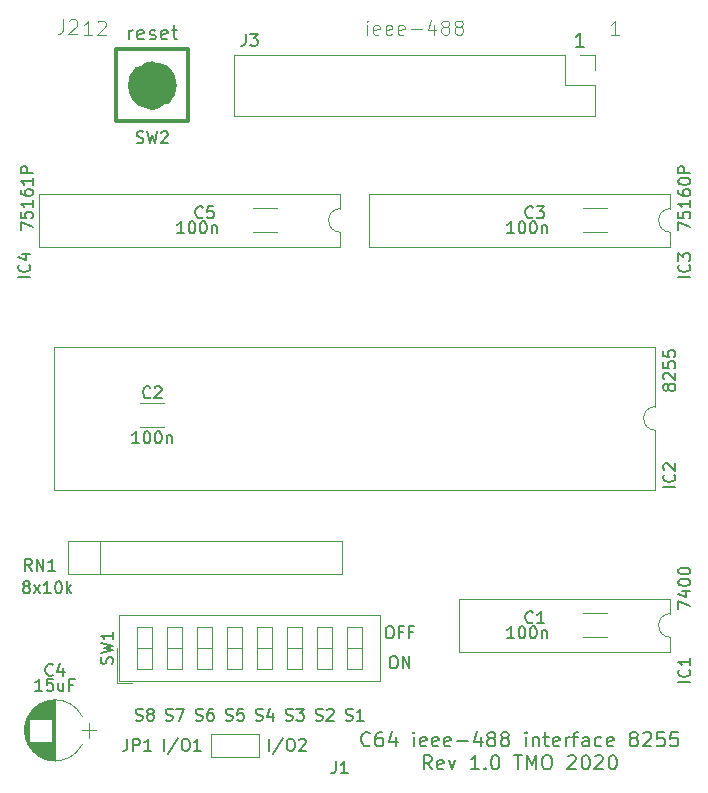
<source format=gto>
G04 #@! TF.GenerationSoftware,KiCad,Pcbnew,(5.0.1-3-g963ef8bb5)*
G04 #@! TF.CreationDate,2020-03-26T19:00:39+01:00*
G04 #@! TF.ProjectId,C64_ieee488_interface_8255,4336345F696565653438385F696E7465,1.0*
G04 #@! TF.SameCoordinates,Original*
G04 #@! TF.FileFunction,Legend,Top*
G04 #@! TF.FilePolarity,Positive*
%FSLAX46Y46*%
G04 Gerber Fmt 4.6, Leading zero omitted, Abs format (unit mm)*
G04 Created by KiCad (PCBNEW (5.0.1-3-g963ef8bb5)) date Donnerstag, 26. März 2020 um 19:00:39*
%MOMM*%
%LPD*%
G01*
G04 APERTURE LIST*
%ADD10C,0.150000*%
%ADD11C,0.304800*%
%ADD12C,2.540000*%
%ADD13C,0.120000*%
%ADD14C,0.101600*%
G04 APERTURE END LIST*
D10*
X92090952Y-109307380D02*
X92281428Y-109307380D01*
X92376666Y-109355000D01*
X92471904Y-109450238D01*
X92519523Y-109640714D01*
X92519523Y-109974047D01*
X92471904Y-110164523D01*
X92376666Y-110259761D01*
X92281428Y-110307380D01*
X92090952Y-110307380D01*
X91995714Y-110259761D01*
X91900476Y-110164523D01*
X91852857Y-109974047D01*
X91852857Y-109640714D01*
X91900476Y-109450238D01*
X91995714Y-109355000D01*
X92090952Y-109307380D01*
X92948095Y-110307380D02*
X92948095Y-109307380D01*
X93519523Y-110307380D01*
X93519523Y-109307380D01*
X91757619Y-106767380D02*
X91948095Y-106767380D01*
X92043333Y-106815000D01*
X92138571Y-106910238D01*
X92186190Y-107100714D01*
X92186190Y-107434047D01*
X92138571Y-107624523D01*
X92043333Y-107719761D01*
X91948095Y-107767380D01*
X91757619Y-107767380D01*
X91662380Y-107719761D01*
X91567142Y-107624523D01*
X91519523Y-107434047D01*
X91519523Y-107100714D01*
X91567142Y-106910238D01*
X91662380Y-106815000D01*
X91757619Y-106767380D01*
X92948095Y-107243571D02*
X92614761Y-107243571D01*
X92614761Y-107767380D02*
X92614761Y-106767380D01*
X93090952Y-106767380D01*
X93805238Y-107243571D02*
X93471904Y-107243571D01*
X93471904Y-107767380D02*
X93471904Y-106767380D01*
X93948095Y-106767380D01*
X88138095Y-114704761D02*
X88280952Y-114752380D01*
X88519047Y-114752380D01*
X88614285Y-114704761D01*
X88661904Y-114657142D01*
X88709523Y-114561904D01*
X88709523Y-114466666D01*
X88661904Y-114371428D01*
X88614285Y-114323809D01*
X88519047Y-114276190D01*
X88328571Y-114228571D01*
X88233333Y-114180952D01*
X88185714Y-114133333D01*
X88138095Y-114038095D01*
X88138095Y-113942857D01*
X88185714Y-113847619D01*
X88233333Y-113800000D01*
X88328571Y-113752380D01*
X88566666Y-113752380D01*
X88709523Y-113800000D01*
X89661904Y-114752380D02*
X89090476Y-114752380D01*
X89376190Y-114752380D02*
X89376190Y-113752380D01*
X89280952Y-113895238D01*
X89185714Y-113990476D01*
X89090476Y-114038095D01*
X85598095Y-114704761D02*
X85740952Y-114752380D01*
X85979047Y-114752380D01*
X86074285Y-114704761D01*
X86121904Y-114657142D01*
X86169523Y-114561904D01*
X86169523Y-114466666D01*
X86121904Y-114371428D01*
X86074285Y-114323809D01*
X85979047Y-114276190D01*
X85788571Y-114228571D01*
X85693333Y-114180952D01*
X85645714Y-114133333D01*
X85598095Y-114038095D01*
X85598095Y-113942857D01*
X85645714Y-113847619D01*
X85693333Y-113800000D01*
X85788571Y-113752380D01*
X86026666Y-113752380D01*
X86169523Y-113800000D01*
X86550476Y-113847619D02*
X86598095Y-113800000D01*
X86693333Y-113752380D01*
X86931428Y-113752380D01*
X87026666Y-113800000D01*
X87074285Y-113847619D01*
X87121904Y-113942857D01*
X87121904Y-114038095D01*
X87074285Y-114180952D01*
X86502857Y-114752380D01*
X87121904Y-114752380D01*
X83058095Y-114704761D02*
X83200952Y-114752380D01*
X83439047Y-114752380D01*
X83534285Y-114704761D01*
X83581904Y-114657142D01*
X83629523Y-114561904D01*
X83629523Y-114466666D01*
X83581904Y-114371428D01*
X83534285Y-114323809D01*
X83439047Y-114276190D01*
X83248571Y-114228571D01*
X83153333Y-114180952D01*
X83105714Y-114133333D01*
X83058095Y-114038095D01*
X83058095Y-113942857D01*
X83105714Y-113847619D01*
X83153333Y-113800000D01*
X83248571Y-113752380D01*
X83486666Y-113752380D01*
X83629523Y-113800000D01*
X83962857Y-113752380D02*
X84581904Y-113752380D01*
X84248571Y-114133333D01*
X84391428Y-114133333D01*
X84486666Y-114180952D01*
X84534285Y-114228571D01*
X84581904Y-114323809D01*
X84581904Y-114561904D01*
X84534285Y-114657142D01*
X84486666Y-114704761D01*
X84391428Y-114752380D01*
X84105714Y-114752380D01*
X84010476Y-114704761D01*
X83962857Y-114657142D01*
X80518095Y-114704761D02*
X80660952Y-114752380D01*
X80899047Y-114752380D01*
X80994285Y-114704761D01*
X81041904Y-114657142D01*
X81089523Y-114561904D01*
X81089523Y-114466666D01*
X81041904Y-114371428D01*
X80994285Y-114323809D01*
X80899047Y-114276190D01*
X80708571Y-114228571D01*
X80613333Y-114180952D01*
X80565714Y-114133333D01*
X80518095Y-114038095D01*
X80518095Y-113942857D01*
X80565714Y-113847619D01*
X80613333Y-113800000D01*
X80708571Y-113752380D01*
X80946666Y-113752380D01*
X81089523Y-113800000D01*
X81946666Y-114085714D02*
X81946666Y-114752380D01*
X81708571Y-113704761D02*
X81470476Y-114419047D01*
X82089523Y-114419047D01*
X77978095Y-114704761D02*
X78120952Y-114752380D01*
X78359047Y-114752380D01*
X78454285Y-114704761D01*
X78501904Y-114657142D01*
X78549523Y-114561904D01*
X78549523Y-114466666D01*
X78501904Y-114371428D01*
X78454285Y-114323809D01*
X78359047Y-114276190D01*
X78168571Y-114228571D01*
X78073333Y-114180952D01*
X78025714Y-114133333D01*
X77978095Y-114038095D01*
X77978095Y-113942857D01*
X78025714Y-113847619D01*
X78073333Y-113800000D01*
X78168571Y-113752380D01*
X78406666Y-113752380D01*
X78549523Y-113800000D01*
X79454285Y-113752380D02*
X78978095Y-113752380D01*
X78930476Y-114228571D01*
X78978095Y-114180952D01*
X79073333Y-114133333D01*
X79311428Y-114133333D01*
X79406666Y-114180952D01*
X79454285Y-114228571D01*
X79501904Y-114323809D01*
X79501904Y-114561904D01*
X79454285Y-114657142D01*
X79406666Y-114704761D01*
X79311428Y-114752380D01*
X79073333Y-114752380D01*
X78978095Y-114704761D01*
X78930476Y-114657142D01*
X75438095Y-114704761D02*
X75580952Y-114752380D01*
X75819047Y-114752380D01*
X75914285Y-114704761D01*
X75961904Y-114657142D01*
X76009523Y-114561904D01*
X76009523Y-114466666D01*
X75961904Y-114371428D01*
X75914285Y-114323809D01*
X75819047Y-114276190D01*
X75628571Y-114228571D01*
X75533333Y-114180952D01*
X75485714Y-114133333D01*
X75438095Y-114038095D01*
X75438095Y-113942857D01*
X75485714Y-113847619D01*
X75533333Y-113800000D01*
X75628571Y-113752380D01*
X75866666Y-113752380D01*
X76009523Y-113800000D01*
X76866666Y-113752380D02*
X76676190Y-113752380D01*
X76580952Y-113800000D01*
X76533333Y-113847619D01*
X76438095Y-113990476D01*
X76390476Y-114180952D01*
X76390476Y-114561904D01*
X76438095Y-114657142D01*
X76485714Y-114704761D01*
X76580952Y-114752380D01*
X76771428Y-114752380D01*
X76866666Y-114704761D01*
X76914285Y-114657142D01*
X76961904Y-114561904D01*
X76961904Y-114323809D01*
X76914285Y-114228571D01*
X76866666Y-114180952D01*
X76771428Y-114133333D01*
X76580952Y-114133333D01*
X76485714Y-114180952D01*
X76438095Y-114228571D01*
X76390476Y-114323809D01*
X72898095Y-114704761D02*
X73040952Y-114752380D01*
X73279047Y-114752380D01*
X73374285Y-114704761D01*
X73421904Y-114657142D01*
X73469523Y-114561904D01*
X73469523Y-114466666D01*
X73421904Y-114371428D01*
X73374285Y-114323809D01*
X73279047Y-114276190D01*
X73088571Y-114228571D01*
X72993333Y-114180952D01*
X72945714Y-114133333D01*
X72898095Y-114038095D01*
X72898095Y-113942857D01*
X72945714Y-113847619D01*
X72993333Y-113800000D01*
X73088571Y-113752380D01*
X73326666Y-113752380D01*
X73469523Y-113800000D01*
X73802857Y-113752380D02*
X74469523Y-113752380D01*
X74040952Y-114752380D01*
X70358095Y-114704761D02*
X70500952Y-114752380D01*
X70739047Y-114752380D01*
X70834285Y-114704761D01*
X70881904Y-114657142D01*
X70929523Y-114561904D01*
X70929523Y-114466666D01*
X70881904Y-114371428D01*
X70834285Y-114323809D01*
X70739047Y-114276190D01*
X70548571Y-114228571D01*
X70453333Y-114180952D01*
X70405714Y-114133333D01*
X70358095Y-114038095D01*
X70358095Y-113942857D01*
X70405714Y-113847619D01*
X70453333Y-113800000D01*
X70548571Y-113752380D01*
X70786666Y-113752380D01*
X70929523Y-113800000D01*
X71500952Y-114180952D02*
X71405714Y-114133333D01*
X71358095Y-114085714D01*
X71310476Y-113990476D01*
X71310476Y-113942857D01*
X71358095Y-113847619D01*
X71405714Y-113800000D01*
X71500952Y-113752380D01*
X71691428Y-113752380D01*
X71786666Y-113800000D01*
X71834285Y-113847619D01*
X71881904Y-113942857D01*
X71881904Y-113990476D01*
X71834285Y-114085714D01*
X71786666Y-114133333D01*
X71691428Y-114180952D01*
X71500952Y-114180952D01*
X71405714Y-114228571D01*
X71358095Y-114276190D01*
X71310476Y-114371428D01*
X71310476Y-114561904D01*
X71358095Y-114657142D01*
X71405714Y-114704761D01*
X71500952Y-114752380D01*
X71691428Y-114752380D01*
X71786666Y-114704761D01*
X71834285Y-114657142D01*
X71881904Y-114561904D01*
X71881904Y-114371428D01*
X71834285Y-114276190D01*
X71786666Y-114228571D01*
X71691428Y-114180952D01*
X90184285Y-116801571D02*
X90127142Y-116858714D01*
X89955714Y-116915857D01*
X89841428Y-116915857D01*
X89669999Y-116858714D01*
X89555714Y-116744428D01*
X89498571Y-116630142D01*
X89441428Y-116401571D01*
X89441428Y-116230142D01*
X89498571Y-116001571D01*
X89555714Y-115887285D01*
X89669999Y-115773000D01*
X89841428Y-115715857D01*
X89955714Y-115715857D01*
X90127142Y-115773000D01*
X90184285Y-115830142D01*
X91212857Y-115715857D02*
X90984285Y-115715857D01*
X90869999Y-115773000D01*
X90812857Y-115830142D01*
X90698571Y-116001571D01*
X90641428Y-116230142D01*
X90641428Y-116687285D01*
X90698571Y-116801571D01*
X90755714Y-116858714D01*
X90869999Y-116915857D01*
X91098571Y-116915857D01*
X91212857Y-116858714D01*
X91269999Y-116801571D01*
X91327142Y-116687285D01*
X91327142Y-116401571D01*
X91269999Y-116287285D01*
X91212857Y-116230142D01*
X91098571Y-116173000D01*
X90869999Y-116173000D01*
X90755714Y-116230142D01*
X90698571Y-116287285D01*
X90641428Y-116401571D01*
X92355714Y-116115857D02*
X92355714Y-116915857D01*
X92069999Y-115658714D02*
X91784285Y-116515857D01*
X92527142Y-116515857D01*
X93898571Y-116915857D02*
X93898571Y-116115857D01*
X93898571Y-115715857D02*
X93841428Y-115773000D01*
X93898571Y-115830142D01*
X93955714Y-115773000D01*
X93898571Y-115715857D01*
X93898571Y-115830142D01*
X94927142Y-116858714D02*
X94812857Y-116915857D01*
X94584285Y-116915857D01*
X94469999Y-116858714D01*
X94412857Y-116744428D01*
X94412857Y-116287285D01*
X94469999Y-116173000D01*
X94584285Y-116115857D01*
X94812857Y-116115857D01*
X94927142Y-116173000D01*
X94984285Y-116287285D01*
X94984285Y-116401571D01*
X94412857Y-116515857D01*
X95955714Y-116858714D02*
X95841428Y-116915857D01*
X95612857Y-116915857D01*
X95498571Y-116858714D01*
X95441428Y-116744428D01*
X95441428Y-116287285D01*
X95498571Y-116173000D01*
X95612857Y-116115857D01*
X95841428Y-116115857D01*
X95955714Y-116173000D01*
X96012857Y-116287285D01*
X96012857Y-116401571D01*
X95441428Y-116515857D01*
X96984285Y-116858714D02*
X96869999Y-116915857D01*
X96641428Y-116915857D01*
X96527142Y-116858714D01*
X96469999Y-116744428D01*
X96469999Y-116287285D01*
X96527142Y-116173000D01*
X96641428Y-116115857D01*
X96869999Y-116115857D01*
X96984285Y-116173000D01*
X97041428Y-116287285D01*
X97041428Y-116401571D01*
X96469999Y-116515857D01*
X97555714Y-116458714D02*
X98469999Y-116458714D01*
X99555714Y-116115857D02*
X99555714Y-116915857D01*
X99269999Y-115658714D02*
X98984285Y-116515857D01*
X99727142Y-116515857D01*
X100355714Y-116230142D02*
X100241428Y-116173000D01*
X100184285Y-116115857D01*
X100127142Y-116001571D01*
X100127142Y-115944428D01*
X100184285Y-115830142D01*
X100241428Y-115773000D01*
X100355714Y-115715857D01*
X100584285Y-115715857D01*
X100698571Y-115773000D01*
X100755714Y-115830142D01*
X100812857Y-115944428D01*
X100812857Y-116001571D01*
X100755714Y-116115857D01*
X100698571Y-116173000D01*
X100584285Y-116230142D01*
X100355714Y-116230142D01*
X100241428Y-116287285D01*
X100184285Y-116344428D01*
X100127142Y-116458714D01*
X100127142Y-116687285D01*
X100184285Y-116801571D01*
X100241428Y-116858714D01*
X100355714Y-116915857D01*
X100584285Y-116915857D01*
X100698571Y-116858714D01*
X100755714Y-116801571D01*
X100812857Y-116687285D01*
X100812857Y-116458714D01*
X100755714Y-116344428D01*
X100698571Y-116287285D01*
X100584285Y-116230142D01*
X101498571Y-116230142D02*
X101384285Y-116173000D01*
X101327142Y-116115857D01*
X101269999Y-116001571D01*
X101269999Y-115944428D01*
X101327142Y-115830142D01*
X101384285Y-115773000D01*
X101498571Y-115715857D01*
X101727142Y-115715857D01*
X101841428Y-115773000D01*
X101898571Y-115830142D01*
X101955714Y-115944428D01*
X101955714Y-116001571D01*
X101898571Y-116115857D01*
X101841428Y-116173000D01*
X101727142Y-116230142D01*
X101498571Y-116230142D01*
X101384285Y-116287285D01*
X101327142Y-116344428D01*
X101269999Y-116458714D01*
X101269999Y-116687285D01*
X101327142Y-116801571D01*
X101384285Y-116858714D01*
X101498571Y-116915857D01*
X101727142Y-116915857D01*
X101841428Y-116858714D01*
X101898571Y-116801571D01*
X101955714Y-116687285D01*
X101955714Y-116458714D01*
X101898571Y-116344428D01*
X101841428Y-116287285D01*
X101727142Y-116230142D01*
X103384285Y-116915857D02*
X103384285Y-116115857D01*
X103384285Y-115715857D02*
X103327142Y-115773000D01*
X103384285Y-115830142D01*
X103441428Y-115773000D01*
X103384285Y-115715857D01*
X103384285Y-115830142D01*
X103955714Y-116115857D02*
X103955714Y-116915857D01*
X103955714Y-116230142D02*
X104012857Y-116173000D01*
X104127142Y-116115857D01*
X104298571Y-116115857D01*
X104412857Y-116173000D01*
X104469999Y-116287285D01*
X104469999Y-116915857D01*
X104869999Y-116115857D02*
X105327142Y-116115857D01*
X105041428Y-115715857D02*
X105041428Y-116744428D01*
X105098571Y-116858714D01*
X105212857Y-116915857D01*
X105327142Y-116915857D01*
X106184285Y-116858714D02*
X106069999Y-116915857D01*
X105841428Y-116915857D01*
X105727142Y-116858714D01*
X105669999Y-116744428D01*
X105669999Y-116287285D01*
X105727142Y-116173000D01*
X105841428Y-116115857D01*
X106069999Y-116115857D01*
X106184285Y-116173000D01*
X106241428Y-116287285D01*
X106241428Y-116401571D01*
X105669999Y-116515857D01*
X106755714Y-116915857D02*
X106755714Y-116115857D01*
X106755714Y-116344428D02*
X106812857Y-116230142D01*
X106869999Y-116173000D01*
X106984285Y-116115857D01*
X107098571Y-116115857D01*
X107327142Y-116115857D02*
X107784285Y-116115857D01*
X107498571Y-116915857D02*
X107498571Y-115887285D01*
X107555714Y-115773000D01*
X107669999Y-115715857D01*
X107784285Y-115715857D01*
X108698571Y-116915857D02*
X108698571Y-116287285D01*
X108641428Y-116173000D01*
X108527142Y-116115857D01*
X108298571Y-116115857D01*
X108184285Y-116173000D01*
X108698571Y-116858714D02*
X108584285Y-116915857D01*
X108298571Y-116915857D01*
X108184285Y-116858714D01*
X108127142Y-116744428D01*
X108127142Y-116630142D01*
X108184285Y-116515857D01*
X108298571Y-116458714D01*
X108584285Y-116458714D01*
X108698571Y-116401571D01*
X109784285Y-116858714D02*
X109669999Y-116915857D01*
X109441428Y-116915857D01*
X109327142Y-116858714D01*
X109269999Y-116801571D01*
X109212857Y-116687285D01*
X109212857Y-116344428D01*
X109269999Y-116230142D01*
X109327142Y-116173000D01*
X109441428Y-116115857D01*
X109669999Y-116115857D01*
X109784285Y-116173000D01*
X110755714Y-116858714D02*
X110641428Y-116915857D01*
X110412857Y-116915857D01*
X110298571Y-116858714D01*
X110241428Y-116744428D01*
X110241428Y-116287285D01*
X110298571Y-116173000D01*
X110412857Y-116115857D01*
X110641428Y-116115857D01*
X110755714Y-116173000D01*
X110812857Y-116287285D01*
X110812857Y-116401571D01*
X110241428Y-116515857D01*
X112412857Y-116230142D02*
X112298571Y-116173000D01*
X112241428Y-116115857D01*
X112184285Y-116001571D01*
X112184285Y-115944428D01*
X112241428Y-115830142D01*
X112298571Y-115773000D01*
X112412857Y-115715857D01*
X112641428Y-115715857D01*
X112755714Y-115773000D01*
X112812857Y-115830142D01*
X112869999Y-115944428D01*
X112869999Y-116001571D01*
X112812857Y-116115857D01*
X112755714Y-116173000D01*
X112641428Y-116230142D01*
X112412857Y-116230142D01*
X112298571Y-116287285D01*
X112241428Y-116344428D01*
X112184285Y-116458714D01*
X112184285Y-116687285D01*
X112241428Y-116801571D01*
X112298571Y-116858714D01*
X112412857Y-116915857D01*
X112641428Y-116915857D01*
X112755714Y-116858714D01*
X112812857Y-116801571D01*
X112869999Y-116687285D01*
X112869999Y-116458714D01*
X112812857Y-116344428D01*
X112755714Y-116287285D01*
X112641428Y-116230142D01*
X113327142Y-115830142D02*
X113384285Y-115773000D01*
X113498571Y-115715857D01*
X113784285Y-115715857D01*
X113898571Y-115773000D01*
X113955714Y-115830142D01*
X114012857Y-115944428D01*
X114012857Y-116058714D01*
X113955714Y-116230142D01*
X113269999Y-116915857D01*
X114012857Y-116915857D01*
X115098571Y-115715857D02*
X114527142Y-115715857D01*
X114469999Y-116287285D01*
X114527142Y-116230142D01*
X114641428Y-116173000D01*
X114927142Y-116173000D01*
X115041428Y-116230142D01*
X115098571Y-116287285D01*
X115155714Y-116401571D01*
X115155714Y-116687285D01*
X115098571Y-116801571D01*
X115041428Y-116858714D01*
X114927142Y-116915857D01*
X114641428Y-116915857D01*
X114527142Y-116858714D01*
X114469999Y-116801571D01*
X116241428Y-115715857D02*
X115669999Y-115715857D01*
X115612857Y-116287285D01*
X115669999Y-116230142D01*
X115784285Y-116173000D01*
X116069999Y-116173000D01*
X116184285Y-116230142D01*
X116241428Y-116287285D01*
X116298571Y-116401571D01*
X116298571Y-116687285D01*
X116241428Y-116801571D01*
X116184285Y-116858714D01*
X116069999Y-116915857D01*
X115784285Y-116915857D01*
X115669999Y-116858714D01*
X115612857Y-116801571D01*
X95412857Y-118865857D02*
X95012857Y-118294428D01*
X94727142Y-118865857D02*
X94727142Y-117665857D01*
X95184285Y-117665857D01*
X95298571Y-117723000D01*
X95355714Y-117780142D01*
X95412857Y-117894428D01*
X95412857Y-118065857D01*
X95355714Y-118180142D01*
X95298571Y-118237285D01*
X95184285Y-118294428D01*
X94727142Y-118294428D01*
X96384285Y-118808714D02*
X96270000Y-118865857D01*
X96041428Y-118865857D01*
X95927142Y-118808714D01*
X95870000Y-118694428D01*
X95870000Y-118237285D01*
X95927142Y-118123000D01*
X96041428Y-118065857D01*
X96270000Y-118065857D01*
X96384285Y-118123000D01*
X96441428Y-118237285D01*
X96441428Y-118351571D01*
X95870000Y-118465857D01*
X96841428Y-118065857D02*
X97127142Y-118865857D01*
X97412857Y-118065857D01*
X99412857Y-118865857D02*
X98727142Y-118865857D01*
X99070000Y-118865857D02*
X99070000Y-117665857D01*
X98955714Y-117837285D01*
X98841428Y-117951571D01*
X98727142Y-118008714D01*
X99927142Y-118751571D02*
X99984285Y-118808714D01*
X99927142Y-118865857D01*
X99870000Y-118808714D01*
X99927142Y-118751571D01*
X99927142Y-118865857D01*
X100727142Y-117665857D02*
X100841428Y-117665857D01*
X100955714Y-117723000D01*
X101012857Y-117780142D01*
X101070000Y-117894428D01*
X101127142Y-118123000D01*
X101127142Y-118408714D01*
X101070000Y-118637285D01*
X101012857Y-118751571D01*
X100955714Y-118808714D01*
X100841428Y-118865857D01*
X100727142Y-118865857D01*
X100612857Y-118808714D01*
X100555714Y-118751571D01*
X100498571Y-118637285D01*
X100441428Y-118408714D01*
X100441428Y-118123000D01*
X100498571Y-117894428D01*
X100555714Y-117780142D01*
X100612857Y-117723000D01*
X100727142Y-117665857D01*
X102384285Y-117665857D02*
X103070000Y-117665857D01*
X102727142Y-118865857D02*
X102727142Y-117665857D01*
X103470000Y-118865857D02*
X103470000Y-117665857D01*
X103870000Y-118523000D01*
X104270000Y-117665857D01*
X104270000Y-118865857D01*
X105070000Y-117665857D02*
X105298571Y-117665857D01*
X105412857Y-117723000D01*
X105527142Y-117837285D01*
X105584285Y-118065857D01*
X105584285Y-118465857D01*
X105527142Y-118694428D01*
X105412857Y-118808714D01*
X105298571Y-118865857D01*
X105070000Y-118865857D01*
X104955714Y-118808714D01*
X104841428Y-118694428D01*
X104784285Y-118465857D01*
X104784285Y-118065857D01*
X104841428Y-117837285D01*
X104955714Y-117723000D01*
X105070000Y-117665857D01*
X106955714Y-117780142D02*
X107012857Y-117723000D01*
X107127142Y-117665857D01*
X107412857Y-117665857D01*
X107527142Y-117723000D01*
X107584285Y-117780142D01*
X107641428Y-117894428D01*
X107641428Y-118008714D01*
X107584285Y-118180142D01*
X106898571Y-118865857D01*
X107641428Y-118865857D01*
X108384285Y-117665857D02*
X108498571Y-117665857D01*
X108612857Y-117723000D01*
X108670000Y-117780142D01*
X108727142Y-117894428D01*
X108784285Y-118123000D01*
X108784285Y-118408714D01*
X108727142Y-118637285D01*
X108670000Y-118751571D01*
X108612857Y-118808714D01*
X108498571Y-118865857D01*
X108384285Y-118865857D01*
X108270000Y-118808714D01*
X108212857Y-118751571D01*
X108155714Y-118637285D01*
X108098571Y-118408714D01*
X108098571Y-118123000D01*
X108155714Y-117894428D01*
X108212857Y-117780142D01*
X108270000Y-117723000D01*
X108384285Y-117665857D01*
X109241428Y-117780142D02*
X109298571Y-117723000D01*
X109412857Y-117665857D01*
X109698571Y-117665857D01*
X109812857Y-117723000D01*
X109869999Y-117780142D01*
X109927142Y-117894428D01*
X109927142Y-118008714D01*
X109869999Y-118180142D01*
X109184285Y-118865857D01*
X109927142Y-118865857D01*
X110669999Y-117665857D02*
X110784285Y-117665857D01*
X110898571Y-117723000D01*
X110955714Y-117780142D01*
X111012857Y-117894428D01*
X111069999Y-118123000D01*
X111069999Y-118408714D01*
X111012857Y-118637285D01*
X110955714Y-118751571D01*
X110898571Y-118808714D01*
X110784285Y-118865857D01*
X110669999Y-118865857D01*
X110555714Y-118808714D01*
X110498571Y-118751571D01*
X110441428Y-118637285D01*
X110384285Y-118408714D01*
X110384285Y-118123000D01*
X110441428Y-117894428D01*
X110498571Y-117780142D01*
X110555714Y-117723000D01*
X110669999Y-117665857D01*
X69812142Y-57057857D02*
X69812142Y-56257857D01*
X69812142Y-56486428D02*
X69869285Y-56372142D01*
X69926428Y-56315000D01*
X70040714Y-56257857D01*
X70155000Y-56257857D01*
X71012142Y-57000714D02*
X70897857Y-57057857D01*
X70669285Y-57057857D01*
X70555000Y-57000714D01*
X70497857Y-56886428D01*
X70497857Y-56429285D01*
X70555000Y-56315000D01*
X70669285Y-56257857D01*
X70897857Y-56257857D01*
X71012142Y-56315000D01*
X71069285Y-56429285D01*
X71069285Y-56543571D01*
X70497857Y-56657857D01*
X71526428Y-57000714D02*
X71640714Y-57057857D01*
X71869285Y-57057857D01*
X71983571Y-57000714D01*
X72040714Y-56886428D01*
X72040714Y-56829285D01*
X71983571Y-56715000D01*
X71869285Y-56657857D01*
X71697857Y-56657857D01*
X71583571Y-56600714D01*
X71526428Y-56486428D01*
X71526428Y-56429285D01*
X71583571Y-56315000D01*
X71697857Y-56257857D01*
X71869285Y-56257857D01*
X71983571Y-56315000D01*
X73012142Y-57000714D02*
X72897857Y-57057857D01*
X72669285Y-57057857D01*
X72555000Y-57000714D01*
X72497857Y-56886428D01*
X72497857Y-56429285D01*
X72555000Y-56315000D01*
X72669285Y-56257857D01*
X72897857Y-56257857D01*
X73012142Y-56315000D01*
X73069285Y-56429285D01*
X73069285Y-56543571D01*
X72497857Y-56657857D01*
X73412142Y-56257857D02*
X73869285Y-56257857D01*
X73583571Y-55857857D02*
X73583571Y-56886428D01*
X73640714Y-57000714D01*
X73755000Y-57057857D01*
X73869285Y-57057857D01*
X108292857Y-57692857D02*
X107607142Y-57692857D01*
X107950000Y-57692857D02*
X107950000Y-56492857D01*
X107835714Y-56664285D01*
X107721428Y-56778571D01*
X107607142Y-56835714D01*
D11*
G04 #@! TO.C,SW2*
X68707000Y-64008000D02*
X68707000Y-57912000D01*
X68707000Y-57912000D02*
X74803000Y-57912000D01*
X74803000Y-57912000D02*
X74803000Y-64008000D01*
X74803000Y-64008000D02*
X68707000Y-64008000D01*
D12*
X72558219Y-60960000D02*
G75*
G03X72558219Y-60960000I-803219J0D01*
G01*
D13*
G04 #@! TO.C,C2*
X70755000Y-89920000D02*
X72755000Y-89920000D01*
X72755000Y-87880000D02*
X70755000Y-87880000D01*
G04 #@! TO.C,C3*
X110220000Y-71370000D02*
X108220000Y-71370000D01*
X108220000Y-73410000D02*
X110220000Y-73410000D01*
G04 #@! TO.C,C4*
X66370000Y-116220000D02*
X66370000Y-114920000D01*
X66970000Y-115570000D02*
X65770000Y-115570000D01*
X60959000Y-115924000D02*
X60959000Y-115216000D01*
X60999000Y-116129000D02*
X60999000Y-115011000D01*
X61039000Y-116277000D02*
X61039000Y-114863000D01*
X61079000Y-116399000D02*
X61079000Y-114741000D01*
X61119000Y-116504000D02*
X61119000Y-114636000D01*
X61159000Y-116598000D02*
X61159000Y-114542000D01*
X61199000Y-116682000D02*
X61199000Y-114458000D01*
X61239000Y-116759000D02*
X61239000Y-114381000D01*
X61279000Y-116831000D02*
X61279000Y-114309000D01*
X61319000Y-114590000D02*
X61319000Y-114243000D01*
X61319000Y-116897000D02*
X61319000Y-116550000D01*
X61359000Y-114590000D02*
X61359000Y-114180000D01*
X61359000Y-116960000D02*
X61359000Y-116550000D01*
X61399000Y-114590000D02*
X61399000Y-114122000D01*
X61399000Y-117018000D02*
X61399000Y-116550000D01*
X61439000Y-114590000D02*
X61439000Y-114066000D01*
X61439000Y-117074000D02*
X61439000Y-116550000D01*
X61479000Y-114590000D02*
X61479000Y-114014000D01*
X61479000Y-117126000D02*
X61479000Y-116550000D01*
X61519000Y-114590000D02*
X61519000Y-113964000D01*
X61519000Y-117176000D02*
X61519000Y-116550000D01*
X61559000Y-114590000D02*
X61559000Y-113916000D01*
X61559000Y-117224000D02*
X61559000Y-116550000D01*
X61599000Y-114590000D02*
X61599000Y-113871000D01*
X61599000Y-117269000D02*
X61599000Y-116550000D01*
X61639000Y-114590000D02*
X61639000Y-113828000D01*
X61639000Y-117312000D02*
X61639000Y-116550000D01*
X61679000Y-114590000D02*
X61679000Y-113787000D01*
X61679000Y-117353000D02*
X61679000Y-116550000D01*
X61719000Y-114590000D02*
X61719000Y-113747000D01*
X61719000Y-117393000D02*
X61719000Y-116550000D01*
X61759000Y-114590000D02*
X61759000Y-113709000D01*
X61759000Y-117431000D02*
X61759000Y-116550000D01*
X61799000Y-114590000D02*
X61799000Y-113673000D01*
X61799000Y-117467000D02*
X61799000Y-116550000D01*
X61839000Y-114590000D02*
X61839000Y-113638000D01*
X61839000Y-117502000D02*
X61839000Y-116550000D01*
X61879000Y-114590000D02*
X61879000Y-113605000D01*
X61879000Y-117535000D02*
X61879000Y-116550000D01*
X61919000Y-114590000D02*
X61919000Y-113573000D01*
X61919000Y-117567000D02*
X61919000Y-116550000D01*
X61959000Y-114590000D02*
X61959000Y-113542000D01*
X61959000Y-117598000D02*
X61959000Y-116550000D01*
X61999000Y-114590000D02*
X61999000Y-113512000D01*
X61999000Y-117628000D02*
X61999000Y-116550000D01*
X62039000Y-114590000D02*
X62039000Y-113484000D01*
X62039000Y-117656000D02*
X62039000Y-116550000D01*
X62079000Y-114590000D02*
X62079000Y-113457000D01*
X62079000Y-117683000D02*
X62079000Y-116550000D01*
X62119000Y-114590000D02*
X62119000Y-113430000D01*
X62119000Y-117710000D02*
X62119000Y-116550000D01*
X62159000Y-114590000D02*
X62159000Y-113405000D01*
X62159000Y-117735000D02*
X62159000Y-116550000D01*
X62199000Y-114590000D02*
X62199000Y-113381000D01*
X62199000Y-117759000D02*
X62199000Y-116550000D01*
X62239000Y-114590000D02*
X62239000Y-113358000D01*
X62239000Y-117782000D02*
X62239000Y-116550000D01*
X62279000Y-114590000D02*
X62279000Y-113336000D01*
X62279000Y-117804000D02*
X62279000Y-116550000D01*
X62319000Y-114590000D02*
X62319000Y-113314000D01*
X62319000Y-117826000D02*
X62319000Y-116550000D01*
X62359000Y-114590000D02*
X62359000Y-113294000D01*
X62359000Y-117846000D02*
X62359000Y-116550000D01*
X62399000Y-114590000D02*
X62399000Y-113274000D01*
X62399000Y-117866000D02*
X62399000Y-116550000D01*
X62439000Y-114590000D02*
X62439000Y-113255000D01*
X62439000Y-117885000D02*
X62439000Y-116550000D01*
X62479000Y-114590000D02*
X62479000Y-113237000D01*
X62479000Y-117903000D02*
X62479000Y-116550000D01*
X62519000Y-114590000D02*
X62519000Y-113220000D01*
X62519000Y-117920000D02*
X62519000Y-116550000D01*
X62559000Y-114590000D02*
X62559000Y-113204000D01*
X62559000Y-117936000D02*
X62559000Y-116550000D01*
X62599000Y-114590000D02*
X62599000Y-113188000D01*
X62599000Y-117952000D02*
X62599000Y-116550000D01*
X62639000Y-114590000D02*
X62639000Y-113174000D01*
X62639000Y-117966000D02*
X62639000Y-116550000D01*
X62679000Y-114590000D02*
X62679000Y-113160000D01*
X62679000Y-117980000D02*
X62679000Y-116550000D01*
X62719000Y-114590000D02*
X62719000Y-113146000D01*
X62719000Y-117994000D02*
X62719000Y-116550000D01*
X62759000Y-114590000D02*
X62759000Y-113134000D01*
X62759000Y-118006000D02*
X62759000Y-116550000D01*
X62799000Y-114590000D02*
X62799000Y-113122000D01*
X62799000Y-118018000D02*
X62799000Y-116550000D01*
X62840000Y-114590000D02*
X62840000Y-113110000D01*
X62840000Y-118030000D02*
X62840000Y-116550000D01*
X62880000Y-114590000D02*
X62880000Y-113100000D01*
X62880000Y-118040000D02*
X62880000Y-116550000D01*
X62920000Y-114590000D02*
X62920000Y-113090000D01*
X62920000Y-118050000D02*
X62920000Y-116550000D01*
X62960000Y-114590000D02*
X62960000Y-113081000D01*
X62960000Y-118059000D02*
X62960000Y-116550000D01*
X63000000Y-114590000D02*
X63000000Y-113072000D01*
X63000000Y-118068000D02*
X63000000Y-116550000D01*
X63040000Y-114590000D02*
X63040000Y-113064000D01*
X63040000Y-118076000D02*
X63040000Y-116550000D01*
X63080000Y-114590000D02*
X63080000Y-113057000D01*
X63080000Y-118083000D02*
X63080000Y-116550000D01*
X63120000Y-114590000D02*
X63120000Y-113051000D01*
X63120000Y-118089000D02*
X63120000Y-116550000D01*
X63160000Y-114590000D02*
X63160000Y-113045000D01*
X63160000Y-118095000D02*
X63160000Y-116550000D01*
X63200000Y-114590000D02*
X63200000Y-113039000D01*
X63200000Y-118101000D02*
X63200000Y-116550000D01*
X63240000Y-114590000D02*
X63240000Y-113035000D01*
X63240000Y-118105000D02*
X63240000Y-116550000D01*
X63280000Y-118109000D02*
X63280000Y-113031000D01*
X63320000Y-118113000D02*
X63320000Y-113027000D01*
X63360000Y-118116000D02*
X63360000Y-113024000D01*
X63400000Y-118118000D02*
X63400000Y-113022000D01*
X63440000Y-118119000D02*
X63440000Y-113021000D01*
X63480000Y-118120000D02*
X63480000Y-113020000D01*
X63520000Y-118120000D02*
X63520000Y-113020000D01*
X61214278Y-114390277D02*
G75*
G03X61214420Y-116750000I2305722J-1179723D01*
G01*
X61214278Y-114390277D02*
G75*
G02X65825580Y-114390000I2305722J-1179723D01*
G01*
X61214278Y-116749723D02*
G75*
G03X65825580Y-116750000I2305722J1179723D01*
G01*
G04 #@! TO.C,J3*
X109280000Y-58360000D02*
X109280000Y-59690000D01*
X107950000Y-58360000D02*
X109280000Y-58360000D01*
X109280000Y-60960000D02*
X109280000Y-63560000D01*
X106680000Y-60960000D02*
X109280000Y-60960000D01*
X106680000Y-58360000D02*
X106680000Y-60960000D01*
X109280000Y-63560000D02*
X78680000Y-63560000D01*
X106680000Y-58360000D02*
X78680000Y-58360000D01*
X78680000Y-58360000D02*
X78680000Y-63560000D01*
G04 #@! TO.C,C5*
X82280000Y-71370000D02*
X80280000Y-71370000D01*
X80280000Y-73410000D02*
X82280000Y-73410000D01*
G04 #@! TO.C,IC1*
X115630000Y-108930000D02*
X115630000Y-107680000D01*
X97730000Y-108930000D02*
X115630000Y-108930000D01*
X97730000Y-104430000D02*
X97730000Y-108930000D01*
X115630000Y-104430000D02*
X97730000Y-104430000D01*
X115630000Y-105680000D02*
X115630000Y-104430000D01*
X115630000Y-107680000D02*
G75*
G02X115630000Y-105680000I0J1000000D01*
G01*
G04 #@! TO.C,IC3*
X115630000Y-74640000D02*
X115630000Y-73390000D01*
X90110000Y-74640000D02*
X115630000Y-74640000D01*
X90110000Y-70140000D02*
X90110000Y-74640000D01*
X115630000Y-70140000D02*
X90110000Y-70140000D01*
X115630000Y-71390000D02*
X115630000Y-70140000D01*
X115630000Y-73390000D02*
G75*
G02X115630000Y-71390000I0J1000000D01*
G01*
G04 #@! TO.C,IC4*
X87690000Y-73390000D02*
G75*
G02X87690000Y-71390000I0J1000000D01*
G01*
X87690000Y-71390000D02*
X87690000Y-70140000D01*
X87690000Y-70140000D02*
X62170000Y-70140000D01*
X62170000Y-70140000D02*
X62170000Y-74640000D01*
X62170000Y-74640000D02*
X87690000Y-74640000D01*
X87690000Y-74640000D02*
X87690000Y-73390000D01*
G04 #@! TO.C,JP1*
X76690000Y-117840000D02*
X76690000Y-115840000D01*
X80790000Y-117840000D02*
X76690000Y-117840000D01*
X80790000Y-115840000D02*
X80790000Y-117840000D01*
X76690000Y-115840000D02*
X80790000Y-115840000D01*
G04 #@! TO.C,SW1*
X88265000Y-108585000D02*
X89535000Y-108585000D01*
X88265000Y-106775000D02*
X88265000Y-110395000D01*
X89535000Y-106775000D02*
X88265000Y-106775000D01*
X89535000Y-110395000D02*
X89535000Y-106775000D01*
X88265000Y-110395000D02*
X89535000Y-110395000D01*
X85725000Y-108585000D02*
X86995000Y-108585000D01*
X85725000Y-106775000D02*
X85725000Y-110395000D01*
X86995000Y-106775000D02*
X85725000Y-106775000D01*
X86995000Y-110395000D02*
X86995000Y-106775000D01*
X85725000Y-110395000D02*
X86995000Y-110395000D01*
X83185000Y-108585000D02*
X84455000Y-108585000D01*
X83185000Y-106775000D02*
X83185000Y-110395000D01*
X84455000Y-106775000D02*
X83185000Y-106775000D01*
X84455000Y-110395000D02*
X84455000Y-106775000D01*
X83185000Y-110395000D02*
X84455000Y-110395000D01*
X80645000Y-108585000D02*
X81915000Y-108585000D01*
X80645000Y-106775000D02*
X80645000Y-110395000D01*
X81915000Y-106775000D02*
X80645000Y-106775000D01*
X81915000Y-110395000D02*
X81915000Y-106775000D01*
X80645000Y-110395000D02*
X81915000Y-110395000D01*
X78105000Y-108585000D02*
X79375000Y-108585000D01*
X78105000Y-106775000D02*
X78105000Y-110395000D01*
X79375000Y-106775000D02*
X78105000Y-106775000D01*
X79375000Y-110395000D02*
X79375000Y-106775000D01*
X78105000Y-110395000D02*
X79375000Y-110395000D01*
X75565000Y-108585000D02*
X76835000Y-108585000D01*
X75565000Y-106775000D02*
X75565000Y-110395000D01*
X76835000Y-106775000D02*
X75565000Y-106775000D01*
X76835000Y-110395000D02*
X76835000Y-106775000D01*
X75565000Y-110395000D02*
X76835000Y-110395000D01*
X73025000Y-108585000D02*
X74295000Y-108585000D01*
X73025000Y-106775000D02*
X73025000Y-110395000D01*
X74295000Y-106775000D02*
X73025000Y-106775000D01*
X74295000Y-110395000D02*
X74295000Y-106775000D01*
X73025000Y-110395000D02*
X74295000Y-110395000D01*
X70485000Y-108585000D02*
X71755000Y-108585000D01*
X70485000Y-106775000D02*
X70485000Y-110395000D01*
X71755000Y-106775000D02*
X70485000Y-106775000D01*
X71755000Y-110395000D02*
X71755000Y-106775000D01*
X70485000Y-110395000D02*
X71755000Y-110395000D01*
X91070000Y-111355000D02*
X68950000Y-111355000D01*
X91070000Y-105815000D02*
X91070000Y-111355000D01*
X68950000Y-105815000D02*
X91070000Y-105815000D01*
X68950000Y-111355000D02*
X68950000Y-105815000D01*
X68750000Y-111555000D02*
X68750000Y-108615000D01*
X68750000Y-111555000D02*
X70020000Y-111555000D01*
G04 #@! TO.C,C1*
X110220000Y-105660000D02*
X108220000Y-105660000D01*
X108220000Y-107700000D02*
X110220000Y-107700000D01*
G04 #@! TO.C,IC2*
X114360000Y-95215001D02*
X114360000Y-90155001D01*
X63440000Y-95215001D02*
X114360000Y-95215001D01*
X63440000Y-83095001D02*
X63440000Y-95215001D01*
X114360000Y-83095001D02*
X63440000Y-83095001D01*
X114360000Y-88155001D02*
X114360000Y-83095001D01*
X114360000Y-90155001D02*
G75*
G02X114360000Y-88155001I0J1000000D01*
G01*
G04 #@! TO.C,RN1*
X67310000Y-99565000D02*
X67310000Y-102365000D01*
X87800000Y-99565000D02*
X64600000Y-99565000D01*
X87800000Y-102365000D02*
X87800000Y-99565000D01*
X64600000Y-102365000D02*
X87800000Y-102365000D01*
X64600000Y-99565000D02*
X64600000Y-102365000D01*
G04 #@! TO.C,J1*
D10*
X87296666Y-118197380D02*
X87296666Y-118911666D01*
X87249047Y-119054523D01*
X87153809Y-119149761D01*
X87010952Y-119197380D01*
X86915714Y-119197380D01*
X88296666Y-119197380D02*
X87725238Y-119197380D01*
X88010952Y-119197380D02*
X88010952Y-118197380D01*
X87915714Y-118340238D01*
X87820476Y-118435476D01*
X87725238Y-118483095D01*
G04 #@! TO.C,J2*
D14*
X64198016Y-55378047D02*
X64198016Y-56239833D01*
X64140563Y-56412190D01*
X64025659Y-56527095D01*
X63853301Y-56584547D01*
X63738397Y-56584547D01*
X64715087Y-55492952D02*
X64772540Y-55435500D01*
X64887444Y-55378047D01*
X65174706Y-55378047D01*
X65289611Y-55435500D01*
X65347063Y-55492952D01*
X65404516Y-55607857D01*
X65404516Y-55722761D01*
X65347063Y-55895119D01*
X64657635Y-56584547D01*
X65404516Y-56584547D01*
X89958333Y-56679797D02*
X89958333Y-55875464D01*
X89958333Y-55473297D02*
X89900880Y-55530750D01*
X89958333Y-55588202D01*
X90015785Y-55530750D01*
X89958333Y-55473297D01*
X89958333Y-55588202D01*
X90992476Y-56622345D02*
X90877571Y-56679797D01*
X90647761Y-56679797D01*
X90532857Y-56622345D01*
X90475404Y-56507440D01*
X90475404Y-56047821D01*
X90532857Y-55932916D01*
X90647761Y-55875464D01*
X90877571Y-55875464D01*
X90992476Y-55932916D01*
X91049928Y-56047821D01*
X91049928Y-56162726D01*
X90475404Y-56277630D01*
X92026619Y-56622345D02*
X91911714Y-56679797D01*
X91681904Y-56679797D01*
X91567000Y-56622345D01*
X91509547Y-56507440D01*
X91509547Y-56047821D01*
X91567000Y-55932916D01*
X91681904Y-55875464D01*
X91911714Y-55875464D01*
X92026619Y-55932916D01*
X92084071Y-56047821D01*
X92084071Y-56162726D01*
X91509547Y-56277630D01*
X93060761Y-56622345D02*
X92945857Y-56679797D01*
X92716047Y-56679797D01*
X92601142Y-56622345D01*
X92543690Y-56507440D01*
X92543690Y-56047821D01*
X92601142Y-55932916D01*
X92716047Y-55875464D01*
X92945857Y-55875464D01*
X93060761Y-55932916D01*
X93118214Y-56047821D01*
X93118214Y-56162726D01*
X92543690Y-56277630D01*
X93635285Y-56220178D02*
X94554523Y-56220178D01*
X95646119Y-55875464D02*
X95646119Y-56679797D01*
X95358857Y-55415845D02*
X95071595Y-56277630D01*
X95818476Y-56277630D01*
X96450452Y-55990369D02*
X96335547Y-55932916D01*
X96278095Y-55875464D01*
X96220642Y-55760559D01*
X96220642Y-55703107D01*
X96278095Y-55588202D01*
X96335547Y-55530750D01*
X96450452Y-55473297D01*
X96680261Y-55473297D01*
X96795166Y-55530750D01*
X96852619Y-55588202D01*
X96910071Y-55703107D01*
X96910071Y-55760559D01*
X96852619Y-55875464D01*
X96795166Y-55932916D01*
X96680261Y-55990369D01*
X96450452Y-55990369D01*
X96335547Y-56047821D01*
X96278095Y-56105273D01*
X96220642Y-56220178D01*
X96220642Y-56449988D01*
X96278095Y-56564892D01*
X96335547Y-56622345D01*
X96450452Y-56679797D01*
X96680261Y-56679797D01*
X96795166Y-56622345D01*
X96852619Y-56564892D01*
X96910071Y-56449988D01*
X96910071Y-56220178D01*
X96852619Y-56105273D01*
X96795166Y-56047821D01*
X96680261Y-55990369D01*
X97599500Y-55990369D02*
X97484595Y-55932916D01*
X97427142Y-55875464D01*
X97369690Y-55760559D01*
X97369690Y-55703107D01*
X97427142Y-55588202D01*
X97484595Y-55530750D01*
X97599500Y-55473297D01*
X97829309Y-55473297D01*
X97944214Y-55530750D01*
X98001666Y-55588202D01*
X98059119Y-55703107D01*
X98059119Y-55760559D01*
X98001666Y-55875464D01*
X97944214Y-55932916D01*
X97829309Y-55990369D01*
X97599500Y-55990369D01*
X97484595Y-56047821D01*
X97427142Y-56105273D01*
X97369690Y-56220178D01*
X97369690Y-56449988D01*
X97427142Y-56564892D01*
X97484595Y-56622345D01*
X97599500Y-56679797D01*
X97829309Y-56679797D01*
X97944214Y-56622345D01*
X98001666Y-56564892D01*
X98059119Y-56449988D01*
X98059119Y-56220178D01*
X98001666Y-56105273D01*
X97944214Y-56047821D01*
X97829309Y-55990369D01*
X111244714Y-56679797D02*
X110555285Y-56679797D01*
X110900000Y-56679797D02*
X110900000Y-55473297D01*
X110785095Y-55645654D01*
X110670190Y-55760559D01*
X110555285Y-55818011D01*
X66670190Y-56679797D02*
X65980761Y-56679797D01*
X66325476Y-56679797D02*
X66325476Y-55473297D01*
X66210571Y-55645654D01*
X66095666Y-55760559D01*
X65980761Y-55818011D01*
X67129809Y-55588202D02*
X67187261Y-55530750D01*
X67302166Y-55473297D01*
X67589428Y-55473297D01*
X67704333Y-55530750D01*
X67761785Y-55588202D01*
X67819238Y-55703107D01*
X67819238Y-55818011D01*
X67761785Y-55990369D01*
X67072357Y-56679797D01*
X67819238Y-56679797D01*
G04 #@! TO.C,SW2*
D10*
X70421666Y-65809761D02*
X70564523Y-65857380D01*
X70802619Y-65857380D01*
X70897857Y-65809761D01*
X70945476Y-65762142D01*
X70993095Y-65666904D01*
X70993095Y-65571666D01*
X70945476Y-65476428D01*
X70897857Y-65428809D01*
X70802619Y-65381190D01*
X70612142Y-65333571D01*
X70516904Y-65285952D01*
X70469285Y-65238333D01*
X70421666Y-65143095D01*
X70421666Y-65047857D01*
X70469285Y-64952619D01*
X70516904Y-64905000D01*
X70612142Y-64857380D01*
X70850238Y-64857380D01*
X70993095Y-64905000D01*
X71326428Y-64857380D02*
X71564523Y-65857380D01*
X71755000Y-65143095D01*
X71945476Y-65857380D01*
X72183571Y-64857380D01*
X72516904Y-64952619D02*
X72564523Y-64905000D01*
X72659761Y-64857380D01*
X72897857Y-64857380D01*
X72993095Y-64905000D01*
X73040714Y-64952619D01*
X73088333Y-65047857D01*
X73088333Y-65143095D01*
X73040714Y-65285952D01*
X72469285Y-65857380D01*
X73088333Y-65857380D01*
G04 #@! TO.C,C2*
X71588333Y-87352142D02*
X71540714Y-87399761D01*
X71397857Y-87447380D01*
X71302619Y-87447380D01*
X71159761Y-87399761D01*
X71064523Y-87304523D01*
X71016904Y-87209285D01*
X70969285Y-87018809D01*
X70969285Y-86875952D01*
X71016904Y-86685476D01*
X71064523Y-86590238D01*
X71159761Y-86495000D01*
X71302619Y-86447380D01*
X71397857Y-86447380D01*
X71540714Y-86495000D01*
X71588333Y-86542619D01*
X71969285Y-86542619D02*
X72016904Y-86495000D01*
X72112142Y-86447380D01*
X72350238Y-86447380D01*
X72445476Y-86495000D01*
X72493095Y-86542619D01*
X72540714Y-86637857D01*
X72540714Y-86733095D01*
X72493095Y-86875952D01*
X71921666Y-87447380D01*
X72540714Y-87447380D01*
X70635952Y-91257380D02*
X70064523Y-91257380D01*
X70350238Y-91257380D02*
X70350238Y-90257380D01*
X70255000Y-90400238D01*
X70159761Y-90495476D01*
X70064523Y-90543095D01*
X71255000Y-90257380D02*
X71350238Y-90257380D01*
X71445476Y-90305000D01*
X71493095Y-90352619D01*
X71540714Y-90447857D01*
X71588333Y-90638333D01*
X71588333Y-90876428D01*
X71540714Y-91066904D01*
X71493095Y-91162142D01*
X71445476Y-91209761D01*
X71350238Y-91257380D01*
X71255000Y-91257380D01*
X71159761Y-91209761D01*
X71112142Y-91162142D01*
X71064523Y-91066904D01*
X71016904Y-90876428D01*
X71016904Y-90638333D01*
X71064523Y-90447857D01*
X71112142Y-90352619D01*
X71159761Y-90305000D01*
X71255000Y-90257380D01*
X72207380Y-90257380D02*
X72302619Y-90257380D01*
X72397857Y-90305000D01*
X72445476Y-90352619D01*
X72493095Y-90447857D01*
X72540714Y-90638333D01*
X72540714Y-90876428D01*
X72493095Y-91066904D01*
X72445476Y-91162142D01*
X72397857Y-91209761D01*
X72302619Y-91257380D01*
X72207380Y-91257380D01*
X72112142Y-91209761D01*
X72064523Y-91162142D01*
X72016904Y-91066904D01*
X71969285Y-90876428D01*
X71969285Y-90638333D01*
X72016904Y-90447857D01*
X72064523Y-90352619D01*
X72112142Y-90305000D01*
X72207380Y-90257380D01*
X72969285Y-90590714D02*
X72969285Y-91257380D01*
X72969285Y-90685952D02*
X73016904Y-90638333D01*
X73112142Y-90590714D01*
X73255000Y-90590714D01*
X73350238Y-90638333D01*
X73397857Y-90733571D01*
X73397857Y-91257380D01*
G04 #@! TO.C,C3*
X103973333Y-72112142D02*
X103925714Y-72159761D01*
X103782857Y-72207380D01*
X103687619Y-72207380D01*
X103544761Y-72159761D01*
X103449523Y-72064523D01*
X103401904Y-71969285D01*
X103354285Y-71778809D01*
X103354285Y-71635952D01*
X103401904Y-71445476D01*
X103449523Y-71350238D01*
X103544761Y-71255000D01*
X103687619Y-71207380D01*
X103782857Y-71207380D01*
X103925714Y-71255000D01*
X103973333Y-71302619D01*
X104306666Y-71207380D02*
X104925714Y-71207380D01*
X104592380Y-71588333D01*
X104735238Y-71588333D01*
X104830476Y-71635952D01*
X104878095Y-71683571D01*
X104925714Y-71778809D01*
X104925714Y-72016904D01*
X104878095Y-72112142D01*
X104830476Y-72159761D01*
X104735238Y-72207380D01*
X104449523Y-72207380D01*
X104354285Y-72159761D01*
X104306666Y-72112142D01*
X102385952Y-73477380D02*
X101814523Y-73477380D01*
X102100238Y-73477380D02*
X102100238Y-72477380D01*
X102005000Y-72620238D01*
X101909761Y-72715476D01*
X101814523Y-72763095D01*
X103005000Y-72477380D02*
X103100238Y-72477380D01*
X103195476Y-72525000D01*
X103243095Y-72572619D01*
X103290714Y-72667857D01*
X103338333Y-72858333D01*
X103338333Y-73096428D01*
X103290714Y-73286904D01*
X103243095Y-73382142D01*
X103195476Y-73429761D01*
X103100238Y-73477380D01*
X103005000Y-73477380D01*
X102909761Y-73429761D01*
X102862142Y-73382142D01*
X102814523Y-73286904D01*
X102766904Y-73096428D01*
X102766904Y-72858333D01*
X102814523Y-72667857D01*
X102862142Y-72572619D01*
X102909761Y-72525000D01*
X103005000Y-72477380D01*
X103957380Y-72477380D02*
X104052619Y-72477380D01*
X104147857Y-72525000D01*
X104195476Y-72572619D01*
X104243095Y-72667857D01*
X104290714Y-72858333D01*
X104290714Y-73096428D01*
X104243095Y-73286904D01*
X104195476Y-73382142D01*
X104147857Y-73429761D01*
X104052619Y-73477380D01*
X103957380Y-73477380D01*
X103862142Y-73429761D01*
X103814523Y-73382142D01*
X103766904Y-73286904D01*
X103719285Y-73096428D01*
X103719285Y-72858333D01*
X103766904Y-72667857D01*
X103814523Y-72572619D01*
X103862142Y-72525000D01*
X103957380Y-72477380D01*
X104719285Y-72810714D02*
X104719285Y-73477380D01*
X104719285Y-72905952D02*
X104766904Y-72858333D01*
X104862142Y-72810714D01*
X105005000Y-72810714D01*
X105100238Y-72858333D01*
X105147857Y-72953571D01*
X105147857Y-73477380D01*
G04 #@! TO.C,C4*
X63333333Y-110847142D02*
X63285714Y-110894761D01*
X63142857Y-110942380D01*
X63047619Y-110942380D01*
X62904761Y-110894761D01*
X62809523Y-110799523D01*
X62761904Y-110704285D01*
X62714285Y-110513809D01*
X62714285Y-110370952D01*
X62761904Y-110180476D01*
X62809523Y-110085238D01*
X62904761Y-109990000D01*
X63047619Y-109942380D01*
X63142857Y-109942380D01*
X63285714Y-109990000D01*
X63333333Y-110037619D01*
X64190476Y-110275714D02*
X64190476Y-110942380D01*
X63952380Y-109894761D02*
X63714285Y-110609047D01*
X64333333Y-110609047D01*
X62428571Y-112212380D02*
X61857142Y-112212380D01*
X62142857Y-112212380D02*
X62142857Y-111212380D01*
X62047619Y-111355238D01*
X61952380Y-111450476D01*
X61857142Y-111498095D01*
X63333333Y-111212380D02*
X62857142Y-111212380D01*
X62809523Y-111688571D01*
X62857142Y-111640952D01*
X62952380Y-111593333D01*
X63190476Y-111593333D01*
X63285714Y-111640952D01*
X63333333Y-111688571D01*
X63380952Y-111783809D01*
X63380952Y-112021904D01*
X63333333Y-112117142D01*
X63285714Y-112164761D01*
X63190476Y-112212380D01*
X62952380Y-112212380D01*
X62857142Y-112164761D01*
X62809523Y-112117142D01*
X64238095Y-111545714D02*
X64238095Y-112212380D01*
X63809523Y-111545714D02*
X63809523Y-112069523D01*
X63857142Y-112164761D01*
X63952380Y-112212380D01*
X64095238Y-112212380D01*
X64190476Y-112164761D01*
X64238095Y-112117142D01*
X65047619Y-111688571D02*
X64714285Y-111688571D01*
X64714285Y-112212380D02*
X64714285Y-111212380D01*
X65190476Y-111212380D01*
G04 #@! TO.C,J3*
X79676666Y-56602380D02*
X79676666Y-57316666D01*
X79629047Y-57459523D01*
X79533809Y-57554761D01*
X79390952Y-57602380D01*
X79295714Y-57602380D01*
X80057619Y-56602380D02*
X80676666Y-56602380D01*
X80343333Y-56983333D01*
X80486190Y-56983333D01*
X80581428Y-57030952D01*
X80629047Y-57078571D01*
X80676666Y-57173809D01*
X80676666Y-57411904D01*
X80629047Y-57507142D01*
X80581428Y-57554761D01*
X80486190Y-57602380D01*
X80200476Y-57602380D01*
X80105238Y-57554761D01*
X80057619Y-57507142D01*
G04 #@! TO.C,C5*
X76033333Y-72112142D02*
X75985714Y-72159761D01*
X75842857Y-72207380D01*
X75747619Y-72207380D01*
X75604761Y-72159761D01*
X75509523Y-72064523D01*
X75461904Y-71969285D01*
X75414285Y-71778809D01*
X75414285Y-71635952D01*
X75461904Y-71445476D01*
X75509523Y-71350238D01*
X75604761Y-71255000D01*
X75747619Y-71207380D01*
X75842857Y-71207380D01*
X75985714Y-71255000D01*
X76033333Y-71302619D01*
X76938095Y-71207380D02*
X76461904Y-71207380D01*
X76414285Y-71683571D01*
X76461904Y-71635952D01*
X76557142Y-71588333D01*
X76795238Y-71588333D01*
X76890476Y-71635952D01*
X76938095Y-71683571D01*
X76985714Y-71778809D01*
X76985714Y-72016904D01*
X76938095Y-72112142D01*
X76890476Y-72159761D01*
X76795238Y-72207380D01*
X76557142Y-72207380D01*
X76461904Y-72159761D01*
X76414285Y-72112142D01*
X74445952Y-73477380D02*
X73874523Y-73477380D01*
X74160238Y-73477380D02*
X74160238Y-72477380D01*
X74065000Y-72620238D01*
X73969761Y-72715476D01*
X73874523Y-72763095D01*
X75065000Y-72477380D02*
X75160238Y-72477380D01*
X75255476Y-72525000D01*
X75303095Y-72572619D01*
X75350714Y-72667857D01*
X75398333Y-72858333D01*
X75398333Y-73096428D01*
X75350714Y-73286904D01*
X75303095Y-73382142D01*
X75255476Y-73429761D01*
X75160238Y-73477380D01*
X75065000Y-73477380D01*
X74969761Y-73429761D01*
X74922142Y-73382142D01*
X74874523Y-73286904D01*
X74826904Y-73096428D01*
X74826904Y-72858333D01*
X74874523Y-72667857D01*
X74922142Y-72572619D01*
X74969761Y-72525000D01*
X75065000Y-72477380D01*
X76017380Y-72477380D02*
X76112619Y-72477380D01*
X76207857Y-72525000D01*
X76255476Y-72572619D01*
X76303095Y-72667857D01*
X76350714Y-72858333D01*
X76350714Y-73096428D01*
X76303095Y-73286904D01*
X76255476Y-73382142D01*
X76207857Y-73429761D01*
X76112619Y-73477380D01*
X76017380Y-73477380D01*
X75922142Y-73429761D01*
X75874523Y-73382142D01*
X75826904Y-73286904D01*
X75779285Y-73096428D01*
X75779285Y-72858333D01*
X75826904Y-72667857D01*
X75874523Y-72572619D01*
X75922142Y-72525000D01*
X76017380Y-72477380D01*
X76779285Y-72810714D02*
X76779285Y-73477380D01*
X76779285Y-72905952D02*
X76826904Y-72858333D01*
X76922142Y-72810714D01*
X77065000Y-72810714D01*
X77160238Y-72858333D01*
X77207857Y-72953571D01*
X77207857Y-73477380D01*
G04 #@! TO.C,IC1*
X117292380Y-111466190D02*
X116292380Y-111466190D01*
X117197142Y-110418571D02*
X117244761Y-110466190D01*
X117292380Y-110609047D01*
X117292380Y-110704285D01*
X117244761Y-110847142D01*
X117149523Y-110942380D01*
X117054285Y-110990000D01*
X116863809Y-111037619D01*
X116720952Y-111037619D01*
X116530476Y-110990000D01*
X116435238Y-110942380D01*
X116340000Y-110847142D01*
X116292380Y-110704285D01*
X116292380Y-110609047D01*
X116340000Y-110466190D01*
X116387619Y-110418571D01*
X117292380Y-109466190D02*
X117292380Y-110037619D01*
X117292380Y-109751904D02*
X116292380Y-109751904D01*
X116435238Y-109847142D01*
X116530476Y-109942380D01*
X116578095Y-110037619D01*
X116292380Y-105266904D02*
X116292380Y-104600238D01*
X117292380Y-105028809D01*
X116625714Y-103790714D02*
X117292380Y-103790714D01*
X116244761Y-104028809D02*
X116959047Y-104266904D01*
X116959047Y-103647857D01*
X116292380Y-103076428D02*
X116292380Y-102981190D01*
X116340000Y-102885952D01*
X116387619Y-102838333D01*
X116482857Y-102790714D01*
X116673333Y-102743095D01*
X116911428Y-102743095D01*
X117101904Y-102790714D01*
X117197142Y-102838333D01*
X117244761Y-102885952D01*
X117292380Y-102981190D01*
X117292380Y-103076428D01*
X117244761Y-103171666D01*
X117197142Y-103219285D01*
X117101904Y-103266904D01*
X116911428Y-103314523D01*
X116673333Y-103314523D01*
X116482857Y-103266904D01*
X116387619Y-103219285D01*
X116340000Y-103171666D01*
X116292380Y-103076428D01*
X116292380Y-102124047D02*
X116292380Y-102028809D01*
X116340000Y-101933571D01*
X116387619Y-101885952D01*
X116482857Y-101838333D01*
X116673333Y-101790714D01*
X116911428Y-101790714D01*
X117101904Y-101838333D01*
X117197142Y-101885952D01*
X117244761Y-101933571D01*
X117292380Y-102028809D01*
X117292380Y-102124047D01*
X117244761Y-102219285D01*
X117197142Y-102266904D01*
X117101904Y-102314523D01*
X116911428Y-102362142D01*
X116673333Y-102362142D01*
X116482857Y-102314523D01*
X116387619Y-102266904D01*
X116340000Y-102219285D01*
X116292380Y-102124047D01*
G04 #@! TO.C,IC3*
X117292380Y-77176190D02*
X116292380Y-77176190D01*
X117197142Y-76128571D02*
X117244761Y-76176190D01*
X117292380Y-76319047D01*
X117292380Y-76414285D01*
X117244761Y-76557142D01*
X117149523Y-76652380D01*
X117054285Y-76700000D01*
X116863809Y-76747619D01*
X116720952Y-76747619D01*
X116530476Y-76700000D01*
X116435238Y-76652380D01*
X116340000Y-76557142D01*
X116292380Y-76414285D01*
X116292380Y-76319047D01*
X116340000Y-76176190D01*
X116387619Y-76128571D01*
X116292380Y-75795238D02*
X116292380Y-75176190D01*
X116673333Y-75509523D01*
X116673333Y-75366666D01*
X116720952Y-75271428D01*
X116768571Y-75223809D01*
X116863809Y-75176190D01*
X117101904Y-75176190D01*
X117197142Y-75223809D01*
X117244761Y-75271428D01*
X117292380Y-75366666D01*
X117292380Y-75652380D01*
X117244761Y-75747619D01*
X117197142Y-75795238D01*
X116292380Y-73223095D02*
X116292380Y-72556428D01*
X117292380Y-72985000D01*
X116292380Y-71699285D02*
X116292380Y-72175476D01*
X116768571Y-72223095D01*
X116720952Y-72175476D01*
X116673333Y-72080238D01*
X116673333Y-71842142D01*
X116720952Y-71746904D01*
X116768571Y-71699285D01*
X116863809Y-71651666D01*
X117101904Y-71651666D01*
X117197142Y-71699285D01*
X117244761Y-71746904D01*
X117292380Y-71842142D01*
X117292380Y-72080238D01*
X117244761Y-72175476D01*
X117197142Y-72223095D01*
X117292380Y-70699285D02*
X117292380Y-71270714D01*
X117292380Y-70985000D02*
X116292380Y-70985000D01*
X116435238Y-71080238D01*
X116530476Y-71175476D01*
X116578095Y-71270714D01*
X116292380Y-69842142D02*
X116292380Y-70032619D01*
X116340000Y-70127857D01*
X116387619Y-70175476D01*
X116530476Y-70270714D01*
X116720952Y-70318333D01*
X117101904Y-70318333D01*
X117197142Y-70270714D01*
X117244761Y-70223095D01*
X117292380Y-70127857D01*
X117292380Y-69937380D01*
X117244761Y-69842142D01*
X117197142Y-69794523D01*
X117101904Y-69746904D01*
X116863809Y-69746904D01*
X116768571Y-69794523D01*
X116720952Y-69842142D01*
X116673333Y-69937380D01*
X116673333Y-70127857D01*
X116720952Y-70223095D01*
X116768571Y-70270714D01*
X116863809Y-70318333D01*
X116292380Y-69127857D02*
X116292380Y-69032619D01*
X116340000Y-68937380D01*
X116387619Y-68889761D01*
X116482857Y-68842142D01*
X116673333Y-68794523D01*
X116911428Y-68794523D01*
X117101904Y-68842142D01*
X117197142Y-68889761D01*
X117244761Y-68937380D01*
X117292380Y-69032619D01*
X117292380Y-69127857D01*
X117244761Y-69223095D01*
X117197142Y-69270714D01*
X117101904Y-69318333D01*
X116911428Y-69365952D01*
X116673333Y-69365952D01*
X116482857Y-69318333D01*
X116387619Y-69270714D01*
X116340000Y-69223095D01*
X116292380Y-69127857D01*
X117292380Y-68365952D02*
X116292380Y-68365952D01*
X116292380Y-67985000D01*
X116340000Y-67889761D01*
X116387619Y-67842142D01*
X116482857Y-67794523D01*
X116625714Y-67794523D01*
X116720952Y-67842142D01*
X116768571Y-67889761D01*
X116816190Y-67985000D01*
X116816190Y-68365952D01*
G04 #@! TO.C,IC4*
X61412380Y-77176190D02*
X60412380Y-77176190D01*
X61317142Y-76128571D02*
X61364761Y-76176190D01*
X61412380Y-76319047D01*
X61412380Y-76414285D01*
X61364761Y-76557142D01*
X61269523Y-76652380D01*
X61174285Y-76700000D01*
X60983809Y-76747619D01*
X60840952Y-76747619D01*
X60650476Y-76700000D01*
X60555238Y-76652380D01*
X60460000Y-76557142D01*
X60412380Y-76414285D01*
X60412380Y-76319047D01*
X60460000Y-76176190D01*
X60507619Y-76128571D01*
X60745714Y-75271428D02*
X61412380Y-75271428D01*
X60364761Y-75509523D02*
X61079047Y-75747619D01*
X61079047Y-75128571D01*
X60622380Y-73223095D02*
X60622380Y-72556428D01*
X61622380Y-72985000D01*
X60622380Y-71699285D02*
X60622380Y-72175476D01*
X61098571Y-72223095D01*
X61050952Y-72175476D01*
X61003333Y-72080238D01*
X61003333Y-71842142D01*
X61050952Y-71746904D01*
X61098571Y-71699285D01*
X61193809Y-71651666D01*
X61431904Y-71651666D01*
X61527142Y-71699285D01*
X61574761Y-71746904D01*
X61622380Y-71842142D01*
X61622380Y-72080238D01*
X61574761Y-72175476D01*
X61527142Y-72223095D01*
X61622380Y-70699285D02*
X61622380Y-71270714D01*
X61622380Y-70985000D02*
X60622380Y-70985000D01*
X60765238Y-71080238D01*
X60860476Y-71175476D01*
X60908095Y-71270714D01*
X60622380Y-69842142D02*
X60622380Y-70032619D01*
X60670000Y-70127857D01*
X60717619Y-70175476D01*
X60860476Y-70270714D01*
X61050952Y-70318333D01*
X61431904Y-70318333D01*
X61527142Y-70270714D01*
X61574761Y-70223095D01*
X61622380Y-70127857D01*
X61622380Y-69937380D01*
X61574761Y-69842142D01*
X61527142Y-69794523D01*
X61431904Y-69746904D01*
X61193809Y-69746904D01*
X61098571Y-69794523D01*
X61050952Y-69842142D01*
X61003333Y-69937380D01*
X61003333Y-70127857D01*
X61050952Y-70223095D01*
X61098571Y-70270714D01*
X61193809Y-70318333D01*
X61622380Y-68794523D02*
X61622380Y-69365952D01*
X61622380Y-69080238D02*
X60622380Y-69080238D01*
X60765238Y-69175476D01*
X60860476Y-69270714D01*
X60908095Y-69365952D01*
X61622380Y-68365952D02*
X60622380Y-68365952D01*
X60622380Y-67985000D01*
X60670000Y-67889761D01*
X60717619Y-67842142D01*
X60812857Y-67794523D01*
X60955714Y-67794523D01*
X61050952Y-67842142D01*
X61098571Y-67889761D01*
X61146190Y-67985000D01*
X61146190Y-68365952D01*
G04 #@! TO.C,JP1*
X69651666Y-116292380D02*
X69651666Y-117006666D01*
X69604047Y-117149523D01*
X69508809Y-117244761D01*
X69365952Y-117292380D01*
X69270714Y-117292380D01*
X70127857Y-117292380D02*
X70127857Y-116292380D01*
X70508809Y-116292380D01*
X70604047Y-116340000D01*
X70651666Y-116387619D01*
X70699285Y-116482857D01*
X70699285Y-116625714D01*
X70651666Y-116720952D01*
X70604047Y-116768571D01*
X70508809Y-116816190D01*
X70127857Y-116816190D01*
X71651666Y-117292380D02*
X71080238Y-117292380D01*
X71365952Y-117292380D02*
X71365952Y-116292380D01*
X71270714Y-116435238D01*
X71175476Y-116530476D01*
X71080238Y-116578095D01*
X81661190Y-117292380D02*
X81661190Y-116292380D01*
X82851666Y-116244761D02*
X81994523Y-117530476D01*
X83375476Y-116292380D02*
X83565952Y-116292380D01*
X83661190Y-116340000D01*
X83756428Y-116435238D01*
X83804047Y-116625714D01*
X83804047Y-116959047D01*
X83756428Y-117149523D01*
X83661190Y-117244761D01*
X83565952Y-117292380D01*
X83375476Y-117292380D01*
X83280238Y-117244761D01*
X83185000Y-117149523D01*
X83137380Y-116959047D01*
X83137380Y-116625714D01*
X83185000Y-116435238D01*
X83280238Y-116340000D01*
X83375476Y-116292380D01*
X84185000Y-116387619D02*
X84232619Y-116340000D01*
X84327857Y-116292380D01*
X84565952Y-116292380D01*
X84661190Y-116340000D01*
X84708809Y-116387619D01*
X84756428Y-116482857D01*
X84756428Y-116578095D01*
X84708809Y-116720952D01*
X84137380Y-117292380D01*
X84756428Y-117292380D01*
X72771190Y-117292380D02*
X72771190Y-116292380D01*
X73961666Y-116244761D02*
X73104523Y-117530476D01*
X74485476Y-116292380D02*
X74675952Y-116292380D01*
X74771190Y-116340000D01*
X74866428Y-116435238D01*
X74914047Y-116625714D01*
X74914047Y-116959047D01*
X74866428Y-117149523D01*
X74771190Y-117244761D01*
X74675952Y-117292380D01*
X74485476Y-117292380D01*
X74390238Y-117244761D01*
X74295000Y-117149523D01*
X74247380Y-116959047D01*
X74247380Y-116625714D01*
X74295000Y-116435238D01*
X74390238Y-116340000D01*
X74485476Y-116292380D01*
X75866428Y-117292380D02*
X75295000Y-117292380D01*
X75580714Y-117292380D02*
X75580714Y-116292380D01*
X75485476Y-116435238D01*
X75390238Y-116530476D01*
X75295000Y-116578095D01*
G04 #@! TO.C,SW1*
X68354761Y-109918333D02*
X68402380Y-109775476D01*
X68402380Y-109537380D01*
X68354761Y-109442142D01*
X68307142Y-109394523D01*
X68211904Y-109346904D01*
X68116666Y-109346904D01*
X68021428Y-109394523D01*
X67973809Y-109442142D01*
X67926190Y-109537380D01*
X67878571Y-109727857D01*
X67830952Y-109823095D01*
X67783333Y-109870714D01*
X67688095Y-109918333D01*
X67592857Y-109918333D01*
X67497619Y-109870714D01*
X67450000Y-109823095D01*
X67402380Y-109727857D01*
X67402380Y-109489761D01*
X67450000Y-109346904D01*
X67402380Y-109013571D02*
X68402380Y-108775476D01*
X67688095Y-108585000D01*
X68402380Y-108394523D01*
X67402380Y-108156428D01*
X68402380Y-107251666D02*
X68402380Y-107823095D01*
X68402380Y-107537380D02*
X67402380Y-107537380D01*
X67545238Y-107632619D01*
X67640476Y-107727857D01*
X67688095Y-107823095D01*
G04 #@! TO.C,C1*
X103973333Y-106402142D02*
X103925714Y-106449761D01*
X103782857Y-106497380D01*
X103687619Y-106497380D01*
X103544761Y-106449761D01*
X103449523Y-106354523D01*
X103401904Y-106259285D01*
X103354285Y-106068809D01*
X103354285Y-105925952D01*
X103401904Y-105735476D01*
X103449523Y-105640238D01*
X103544761Y-105545000D01*
X103687619Y-105497380D01*
X103782857Y-105497380D01*
X103925714Y-105545000D01*
X103973333Y-105592619D01*
X104925714Y-106497380D02*
X104354285Y-106497380D01*
X104640000Y-106497380D02*
X104640000Y-105497380D01*
X104544761Y-105640238D01*
X104449523Y-105735476D01*
X104354285Y-105783095D01*
X102385952Y-107767380D02*
X101814523Y-107767380D01*
X102100238Y-107767380D02*
X102100238Y-106767380D01*
X102005000Y-106910238D01*
X101909761Y-107005476D01*
X101814523Y-107053095D01*
X103005000Y-106767380D02*
X103100238Y-106767380D01*
X103195476Y-106815000D01*
X103243095Y-106862619D01*
X103290714Y-106957857D01*
X103338333Y-107148333D01*
X103338333Y-107386428D01*
X103290714Y-107576904D01*
X103243095Y-107672142D01*
X103195476Y-107719761D01*
X103100238Y-107767380D01*
X103005000Y-107767380D01*
X102909761Y-107719761D01*
X102862142Y-107672142D01*
X102814523Y-107576904D01*
X102766904Y-107386428D01*
X102766904Y-107148333D01*
X102814523Y-106957857D01*
X102862142Y-106862619D01*
X102909761Y-106815000D01*
X103005000Y-106767380D01*
X103957380Y-106767380D02*
X104052619Y-106767380D01*
X104147857Y-106815000D01*
X104195476Y-106862619D01*
X104243095Y-106957857D01*
X104290714Y-107148333D01*
X104290714Y-107386428D01*
X104243095Y-107576904D01*
X104195476Y-107672142D01*
X104147857Y-107719761D01*
X104052619Y-107767380D01*
X103957380Y-107767380D01*
X103862142Y-107719761D01*
X103814523Y-107672142D01*
X103766904Y-107576904D01*
X103719285Y-107386428D01*
X103719285Y-107148333D01*
X103766904Y-106957857D01*
X103814523Y-106862619D01*
X103862142Y-106815000D01*
X103957380Y-106767380D01*
X104719285Y-107100714D02*
X104719285Y-107767380D01*
X104719285Y-107195952D02*
X104766904Y-107148333D01*
X104862142Y-107100714D01*
X105005000Y-107100714D01*
X105100238Y-107148333D01*
X105147857Y-107243571D01*
X105147857Y-107767380D01*
G04 #@! TO.C,IC2*
X116022380Y-94956190D02*
X115022380Y-94956190D01*
X115927142Y-93908571D02*
X115974761Y-93956190D01*
X116022380Y-94099047D01*
X116022380Y-94194285D01*
X115974761Y-94337142D01*
X115879523Y-94432380D01*
X115784285Y-94480000D01*
X115593809Y-94527619D01*
X115450952Y-94527619D01*
X115260476Y-94480000D01*
X115165238Y-94432380D01*
X115070000Y-94337142D01*
X115022380Y-94194285D01*
X115022380Y-94099047D01*
X115070000Y-93956190D01*
X115117619Y-93908571D01*
X115117619Y-93527619D02*
X115070000Y-93480000D01*
X115022380Y-93384761D01*
X115022380Y-93146666D01*
X115070000Y-93051428D01*
X115117619Y-93003809D01*
X115212857Y-92956190D01*
X115308095Y-92956190D01*
X115450952Y-93003809D01*
X116022380Y-93575238D01*
X116022380Y-92956190D01*
X115450952Y-86613809D02*
X115403333Y-86709047D01*
X115355714Y-86756666D01*
X115260476Y-86804285D01*
X115212857Y-86804285D01*
X115117619Y-86756666D01*
X115070000Y-86709047D01*
X115022380Y-86613809D01*
X115022380Y-86423333D01*
X115070000Y-86328095D01*
X115117619Y-86280476D01*
X115212857Y-86232857D01*
X115260476Y-86232857D01*
X115355714Y-86280476D01*
X115403333Y-86328095D01*
X115450952Y-86423333D01*
X115450952Y-86613809D01*
X115498571Y-86709047D01*
X115546190Y-86756666D01*
X115641428Y-86804285D01*
X115831904Y-86804285D01*
X115927142Y-86756666D01*
X115974761Y-86709047D01*
X116022380Y-86613809D01*
X116022380Y-86423333D01*
X115974761Y-86328095D01*
X115927142Y-86280476D01*
X115831904Y-86232857D01*
X115641428Y-86232857D01*
X115546190Y-86280476D01*
X115498571Y-86328095D01*
X115450952Y-86423333D01*
X115117619Y-85851904D02*
X115070000Y-85804285D01*
X115022380Y-85709047D01*
X115022380Y-85470952D01*
X115070000Y-85375714D01*
X115117619Y-85328095D01*
X115212857Y-85280476D01*
X115308095Y-85280476D01*
X115450952Y-85328095D01*
X116022380Y-85899523D01*
X116022380Y-85280476D01*
X115022380Y-84375714D02*
X115022380Y-84851904D01*
X115498571Y-84899523D01*
X115450952Y-84851904D01*
X115403333Y-84756666D01*
X115403333Y-84518571D01*
X115450952Y-84423333D01*
X115498571Y-84375714D01*
X115593809Y-84328095D01*
X115831904Y-84328095D01*
X115927142Y-84375714D01*
X115974761Y-84423333D01*
X116022380Y-84518571D01*
X116022380Y-84756666D01*
X115974761Y-84851904D01*
X115927142Y-84899523D01*
X115022380Y-83423333D02*
X115022380Y-83899523D01*
X115498571Y-83947142D01*
X115450952Y-83899523D01*
X115403333Y-83804285D01*
X115403333Y-83566190D01*
X115450952Y-83470952D01*
X115498571Y-83423333D01*
X115593809Y-83375714D01*
X115831904Y-83375714D01*
X115927142Y-83423333D01*
X115974761Y-83470952D01*
X116022380Y-83566190D01*
X116022380Y-83804285D01*
X115974761Y-83899523D01*
X115927142Y-83947142D01*
G04 #@! TO.C,RN1*
X61539523Y-102052380D02*
X61206190Y-101576190D01*
X60968095Y-102052380D02*
X60968095Y-101052380D01*
X61349047Y-101052380D01*
X61444285Y-101100000D01*
X61491904Y-101147619D01*
X61539523Y-101242857D01*
X61539523Y-101385714D01*
X61491904Y-101480952D01*
X61444285Y-101528571D01*
X61349047Y-101576190D01*
X60968095Y-101576190D01*
X61968095Y-102052380D02*
X61968095Y-101052380D01*
X62539523Y-102052380D01*
X62539523Y-101052380D01*
X63539523Y-102052380D02*
X62968095Y-102052380D01*
X63253809Y-102052380D02*
X63253809Y-101052380D01*
X63158571Y-101195238D01*
X63063333Y-101290476D01*
X62968095Y-101338095D01*
X61007857Y-103385952D02*
X60912619Y-103338333D01*
X60865000Y-103290714D01*
X60817380Y-103195476D01*
X60817380Y-103147857D01*
X60865000Y-103052619D01*
X60912619Y-103005000D01*
X61007857Y-102957380D01*
X61198333Y-102957380D01*
X61293571Y-103005000D01*
X61341190Y-103052619D01*
X61388809Y-103147857D01*
X61388809Y-103195476D01*
X61341190Y-103290714D01*
X61293571Y-103338333D01*
X61198333Y-103385952D01*
X61007857Y-103385952D01*
X60912619Y-103433571D01*
X60865000Y-103481190D01*
X60817380Y-103576428D01*
X60817380Y-103766904D01*
X60865000Y-103862142D01*
X60912619Y-103909761D01*
X61007857Y-103957380D01*
X61198333Y-103957380D01*
X61293571Y-103909761D01*
X61341190Y-103862142D01*
X61388809Y-103766904D01*
X61388809Y-103576428D01*
X61341190Y-103481190D01*
X61293571Y-103433571D01*
X61198333Y-103385952D01*
X61722142Y-103957380D02*
X62245952Y-103290714D01*
X61722142Y-103290714D02*
X62245952Y-103957380D01*
X63150714Y-103957380D02*
X62579285Y-103957380D01*
X62865000Y-103957380D02*
X62865000Y-102957380D01*
X62769761Y-103100238D01*
X62674523Y-103195476D01*
X62579285Y-103243095D01*
X63769761Y-102957380D02*
X63865000Y-102957380D01*
X63960238Y-103005000D01*
X64007857Y-103052619D01*
X64055476Y-103147857D01*
X64103095Y-103338333D01*
X64103095Y-103576428D01*
X64055476Y-103766904D01*
X64007857Y-103862142D01*
X63960238Y-103909761D01*
X63865000Y-103957380D01*
X63769761Y-103957380D01*
X63674523Y-103909761D01*
X63626904Y-103862142D01*
X63579285Y-103766904D01*
X63531666Y-103576428D01*
X63531666Y-103338333D01*
X63579285Y-103147857D01*
X63626904Y-103052619D01*
X63674523Y-103005000D01*
X63769761Y-102957380D01*
X64531666Y-103957380D02*
X64531666Y-102957380D01*
X64626904Y-103576428D02*
X64912619Y-103957380D01*
X64912619Y-103290714D02*
X64531666Y-103671666D01*
G04 #@! TD*
M02*

</source>
